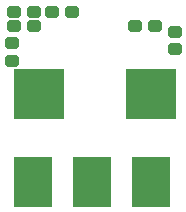
<source format=gts>
G04*
G04 #@! TF.GenerationSoftware,Altium Limited,Altium Designer,20.0.7 (75)*
G04*
G04 Layer_Color=8388736*
%FSLAX44Y44*%
%MOMM*%
G71*
G01*
G75*
G04:AMPARAMS|DCode=15|XSize=1.0032mm|YSize=1.1032mm|CornerRadius=0.1616mm|HoleSize=0mm|Usage=FLASHONLY|Rotation=270.000|XOffset=0mm|YOffset=0mm|HoleType=Round|Shape=RoundedRectangle|*
%AMROUNDEDRECTD15*
21,1,1.0032,0.7800,0,0,270.0*
21,1,0.6800,1.1032,0,0,270.0*
1,1,0.3232,-0.3900,-0.3400*
1,1,0.3232,-0.3900,0.3400*
1,1,0.3232,0.3900,0.3400*
1,1,0.3232,0.3900,-0.3400*
%
%ADD15ROUNDEDRECTD15*%
%ADD16R,4.3032X4.3032*%
G04:AMPARAMS|DCode=17|XSize=1.1032mm|YSize=1.0032mm|CornerRadius=0.1616mm|HoleSize=0mm|Usage=FLASHONLY|Rotation=0.000|XOffset=0mm|YOffset=0mm|HoleType=Round|Shape=RoundedRectangle|*
%AMROUNDEDRECTD17*
21,1,1.1032,0.6800,0,0,0.0*
21,1,0.7800,1.0032,0,0,0.0*
1,1,0.3232,0.3900,-0.3400*
1,1,0.3232,-0.3900,-0.3400*
1,1,0.3232,-0.3900,0.3400*
1,1,0.3232,0.3900,0.3400*
%
%ADD17ROUNDEDRECTD17*%
%ADD18R,3.2032X4.2032*%
D15*
X12610Y137109D02*
D03*
Y122109D02*
D03*
X150110Y132109D02*
D03*
Y147109D02*
D03*
D16*
X130110Y94609D02*
D03*
X35110D02*
D03*
D17*
X31000Y163500D02*
D03*
X14000D02*
D03*
X14110Y152109D02*
D03*
X31110D02*
D03*
X63500Y163500D02*
D03*
X46500D02*
D03*
X116610Y152109D02*
D03*
X133610D02*
D03*
D18*
X30110Y19609D02*
D03*
X80110D02*
D03*
X130110D02*
D03*
M02*

</source>
